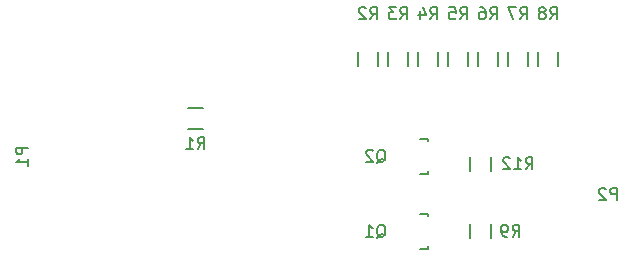
<source format=gbr>
G04 #@! TF.FileFunction,Legend,Bot*
%FSLAX46Y46*%
G04 Gerber Fmt 4.6, Leading zero omitted, Abs format (unit mm)*
G04 Created by KiCad (PCBNEW 4.0.0-rc1-stable) date 20/10/2015 4:38:48 p.m.*
%MOMM*%
G01*
G04 APERTURE LIST*
%ADD10C,0.100000*%
%ADD11C,0.150000*%
G04 APERTURE END LIST*
D10*
D11*
X128870000Y-95645000D02*
X127670000Y-95645000D01*
X127670000Y-97395000D02*
X128870000Y-97395000D01*
X143750000Y-92040000D02*
X143750000Y-90840000D01*
X142000000Y-90840000D02*
X142000000Y-92040000D01*
X146290000Y-92040000D02*
X146290000Y-90840000D01*
X144540000Y-90840000D02*
X144540000Y-92040000D01*
X148830000Y-92040000D02*
X148830000Y-90840000D01*
X147080000Y-90840000D02*
X147080000Y-92040000D01*
X151370000Y-92040000D02*
X151370000Y-90840000D01*
X149620000Y-90840000D02*
X149620000Y-92040000D01*
X153910000Y-92040000D02*
X153910000Y-90840000D01*
X152160000Y-90840000D02*
X152160000Y-92040000D01*
X156450000Y-92040000D02*
X156450000Y-90840000D01*
X154700000Y-90840000D02*
X154700000Y-92040000D01*
X158990000Y-92040000D02*
X158990000Y-90840000D01*
X157240000Y-90840000D02*
X157240000Y-92040000D01*
X153275000Y-106645000D02*
X153275000Y-105445000D01*
X151525000Y-105445000D02*
X151525000Y-106645000D01*
X153275000Y-100930000D02*
X153275000Y-99730000D01*
X151525000Y-99730000D02*
X151525000Y-100930000D01*
X147269200Y-107544820D02*
X147970240Y-107544820D01*
X147970240Y-107544820D02*
X147970240Y-107295900D01*
X147970240Y-104745840D02*
X147970240Y-104545180D01*
X147970240Y-104545180D02*
X147269200Y-104545180D01*
X147269200Y-101194820D02*
X147970240Y-101194820D01*
X147970240Y-101194820D02*
X147970240Y-100945900D01*
X147970240Y-98395840D02*
X147970240Y-98195180D01*
X147970240Y-98195180D02*
X147269200Y-98195180D01*
X128436666Y-99072381D02*
X128770000Y-98596190D01*
X129008095Y-99072381D02*
X129008095Y-98072381D01*
X128627142Y-98072381D01*
X128531904Y-98120000D01*
X128484285Y-98167619D01*
X128436666Y-98262857D01*
X128436666Y-98405714D01*
X128484285Y-98500952D01*
X128531904Y-98548571D01*
X128627142Y-98596190D01*
X129008095Y-98596190D01*
X127484285Y-99072381D02*
X128055714Y-99072381D01*
X127770000Y-99072381D02*
X127770000Y-98072381D01*
X127865238Y-98215238D01*
X127960476Y-98310476D01*
X128055714Y-98358095D01*
X143041666Y-88082381D02*
X143375000Y-87606190D01*
X143613095Y-88082381D02*
X143613095Y-87082381D01*
X143232142Y-87082381D01*
X143136904Y-87130000D01*
X143089285Y-87177619D01*
X143041666Y-87272857D01*
X143041666Y-87415714D01*
X143089285Y-87510952D01*
X143136904Y-87558571D01*
X143232142Y-87606190D01*
X143613095Y-87606190D01*
X142660714Y-87177619D02*
X142613095Y-87130000D01*
X142517857Y-87082381D01*
X142279761Y-87082381D01*
X142184523Y-87130000D01*
X142136904Y-87177619D01*
X142089285Y-87272857D01*
X142089285Y-87368095D01*
X142136904Y-87510952D01*
X142708333Y-88082381D01*
X142089285Y-88082381D01*
X145581666Y-88082381D02*
X145915000Y-87606190D01*
X146153095Y-88082381D02*
X146153095Y-87082381D01*
X145772142Y-87082381D01*
X145676904Y-87130000D01*
X145629285Y-87177619D01*
X145581666Y-87272857D01*
X145581666Y-87415714D01*
X145629285Y-87510952D01*
X145676904Y-87558571D01*
X145772142Y-87606190D01*
X146153095Y-87606190D01*
X145248333Y-87082381D02*
X144629285Y-87082381D01*
X144962619Y-87463333D01*
X144819761Y-87463333D01*
X144724523Y-87510952D01*
X144676904Y-87558571D01*
X144629285Y-87653810D01*
X144629285Y-87891905D01*
X144676904Y-87987143D01*
X144724523Y-88034762D01*
X144819761Y-88082381D01*
X145105476Y-88082381D01*
X145200714Y-88034762D01*
X145248333Y-87987143D01*
X148121666Y-88082381D02*
X148455000Y-87606190D01*
X148693095Y-88082381D02*
X148693095Y-87082381D01*
X148312142Y-87082381D01*
X148216904Y-87130000D01*
X148169285Y-87177619D01*
X148121666Y-87272857D01*
X148121666Y-87415714D01*
X148169285Y-87510952D01*
X148216904Y-87558571D01*
X148312142Y-87606190D01*
X148693095Y-87606190D01*
X147264523Y-87415714D02*
X147264523Y-88082381D01*
X147502619Y-87034762D02*
X147740714Y-87749048D01*
X147121666Y-87749048D01*
X150661666Y-88082381D02*
X150995000Y-87606190D01*
X151233095Y-88082381D02*
X151233095Y-87082381D01*
X150852142Y-87082381D01*
X150756904Y-87130000D01*
X150709285Y-87177619D01*
X150661666Y-87272857D01*
X150661666Y-87415714D01*
X150709285Y-87510952D01*
X150756904Y-87558571D01*
X150852142Y-87606190D01*
X151233095Y-87606190D01*
X149756904Y-87082381D02*
X150233095Y-87082381D01*
X150280714Y-87558571D01*
X150233095Y-87510952D01*
X150137857Y-87463333D01*
X149899761Y-87463333D01*
X149804523Y-87510952D01*
X149756904Y-87558571D01*
X149709285Y-87653810D01*
X149709285Y-87891905D01*
X149756904Y-87987143D01*
X149804523Y-88034762D01*
X149899761Y-88082381D01*
X150137857Y-88082381D01*
X150233095Y-88034762D01*
X150280714Y-87987143D01*
X153201666Y-88082381D02*
X153535000Y-87606190D01*
X153773095Y-88082381D02*
X153773095Y-87082381D01*
X153392142Y-87082381D01*
X153296904Y-87130000D01*
X153249285Y-87177619D01*
X153201666Y-87272857D01*
X153201666Y-87415714D01*
X153249285Y-87510952D01*
X153296904Y-87558571D01*
X153392142Y-87606190D01*
X153773095Y-87606190D01*
X152344523Y-87082381D02*
X152535000Y-87082381D01*
X152630238Y-87130000D01*
X152677857Y-87177619D01*
X152773095Y-87320476D01*
X152820714Y-87510952D01*
X152820714Y-87891905D01*
X152773095Y-87987143D01*
X152725476Y-88034762D01*
X152630238Y-88082381D01*
X152439761Y-88082381D01*
X152344523Y-88034762D01*
X152296904Y-87987143D01*
X152249285Y-87891905D01*
X152249285Y-87653810D01*
X152296904Y-87558571D01*
X152344523Y-87510952D01*
X152439761Y-87463333D01*
X152630238Y-87463333D01*
X152725476Y-87510952D01*
X152773095Y-87558571D01*
X152820714Y-87653810D01*
X155741666Y-88082381D02*
X156075000Y-87606190D01*
X156313095Y-88082381D02*
X156313095Y-87082381D01*
X155932142Y-87082381D01*
X155836904Y-87130000D01*
X155789285Y-87177619D01*
X155741666Y-87272857D01*
X155741666Y-87415714D01*
X155789285Y-87510952D01*
X155836904Y-87558571D01*
X155932142Y-87606190D01*
X156313095Y-87606190D01*
X155408333Y-87082381D02*
X154741666Y-87082381D01*
X155170238Y-88082381D01*
X158281666Y-88082381D02*
X158615000Y-87606190D01*
X158853095Y-88082381D02*
X158853095Y-87082381D01*
X158472142Y-87082381D01*
X158376904Y-87130000D01*
X158329285Y-87177619D01*
X158281666Y-87272857D01*
X158281666Y-87415714D01*
X158329285Y-87510952D01*
X158376904Y-87558571D01*
X158472142Y-87606190D01*
X158853095Y-87606190D01*
X157710238Y-87510952D02*
X157805476Y-87463333D01*
X157853095Y-87415714D01*
X157900714Y-87320476D01*
X157900714Y-87272857D01*
X157853095Y-87177619D01*
X157805476Y-87130000D01*
X157710238Y-87082381D01*
X157519761Y-87082381D01*
X157424523Y-87130000D01*
X157376904Y-87177619D01*
X157329285Y-87272857D01*
X157329285Y-87320476D01*
X157376904Y-87415714D01*
X157424523Y-87463333D01*
X157519761Y-87510952D01*
X157710238Y-87510952D01*
X157805476Y-87558571D01*
X157853095Y-87606190D01*
X157900714Y-87701429D01*
X157900714Y-87891905D01*
X157853095Y-87987143D01*
X157805476Y-88034762D01*
X157710238Y-88082381D01*
X157519761Y-88082381D01*
X157424523Y-88034762D01*
X157376904Y-87987143D01*
X157329285Y-87891905D01*
X157329285Y-87701429D01*
X157376904Y-87606190D01*
X157424523Y-87558571D01*
X157519761Y-87510952D01*
X155106666Y-106497381D02*
X155440000Y-106021190D01*
X155678095Y-106497381D02*
X155678095Y-105497381D01*
X155297142Y-105497381D01*
X155201904Y-105545000D01*
X155154285Y-105592619D01*
X155106666Y-105687857D01*
X155106666Y-105830714D01*
X155154285Y-105925952D01*
X155201904Y-105973571D01*
X155297142Y-106021190D01*
X155678095Y-106021190D01*
X154630476Y-106497381D02*
X154440000Y-106497381D01*
X154344761Y-106449762D01*
X154297142Y-106402143D01*
X154201904Y-106259286D01*
X154154285Y-106068810D01*
X154154285Y-105687857D01*
X154201904Y-105592619D01*
X154249523Y-105545000D01*
X154344761Y-105497381D01*
X154535238Y-105497381D01*
X154630476Y-105545000D01*
X154678095Y-105592619D01*
X154725714Y-105687857D01*
X154725714Y-105925952D01*
X154678095Y-106021190D01*
X154630476Y-106068810D01*
X154535238Y-106116429D01*
X154344761Y-106116429D01*
X154249523Y-106068810D01*
X154201904Y-106021190D01*
X154154285Y-105925952D01*
X156217857Y-100782381D02*
X156551191Y-100306190D01*
X156789286Y-100782381D02*
X156789286Y-99782381D01*
X156408333Y-99782381D01*
X156313095Y-99830000D01*
X156265476Y-99877619D01*
X156217857Y-99972857D01*
X156217857Y-100115714D01*
X156265476Y-100210952D01*
X156313095Y-100258571D01*
X156408333Y-100306190D01*
X156789286Y-100306190D01*
X155265476Y-100782381D02*
X155836905Y-100782381D01*
X155551191Y-100782381D02*
X155551191Y-99782381D01*
X155646429Y-99925238D01*
X155741667Y-100020476D01*
X155836905Y-100068095D01*
X154884524Y-99877619D02*
X154836905Y-99830000D01*
X154741667Y-99782381D01*
X154503571Y-99782381D01*
X154408333Y-99830000D01*
X154360714Y-99877619D01*
X154313095Y-99972857D01*
X154313095Y-100068095D01*
X154360714Y-100210952D01*
X154932143Y-100782381D01*
X154313095Y-100782381D01*
X143605238Y-106592619D02*
X143700476Y-106545000D01*
X143795714Y-106449762D01*
X143938571Y-106306905D01*
X144033810Y-106259286D01*
X144129048Y-106259286D01*
X144081429Y-106497381D02*
X144176667Y-106449762D01*
X144271905Y-106354524D01*
X144319524Y-106164048D01*
X144319524Y-105830714D01*
X144271905Y-105640238D01*
X144176667Y-105545000D01*
X144081429Y-105497381D01*
X143890952Y-105497381D01*
X143795714Y-105545000D01*
X143700476Y-105640238D01*
X143652857Y-105830714D01*
X143652857Y-106164048D01*
X143700476Y-106354524D01*
X143795714Y-106449762D01*
X143890952Y-106497381D01*
X144081429Y-106497381D01*
X142700476Y-106497381D02*
X143271905Y-106497381D01*
X142986191Y-106497381D02*
X142986191Y-105497381D01*
X143081429Y-105640238D01*
X143176667Y-105735476D01*
X143271905Y-105783095D01*
X143605238Y-100242619D02*
X143700476Y-100195000D01*
X143795714Y-100099762D01*
X143938571Y-99956905D01*
X144033810Y-99909286D01*
X144129048Y-99909286D01*
X144081429Y-100147381D02*
X144176667Y-100099762D01*
X144271905Y-100004524D01*
X144319524Y-99814048D01*
X144319524Y-99480714D01*
X144271905Y-99290238D01*
X144176667Y-99195000D01*
X144081429Y-99147381D01*
X143890952Y-99147381D01*
X143795714Y-99195000D01*
X143700476Y-99290238D01*
X143652857Y-99480714D01*
X143652857Y-99814048D01*
X143700476Y-100004524D01*
X143795714Y-100099762D01*
X143890952Y-100147381D01*
X144081429Y-100147381D01*
X143271905Y-99242619D02*
X143224286Y-99195000D01*
X143129048Y-99147381D01*
X142890952Y-99147381D01*
X142795714Y-99195000D01*
X142748095Y-99242619D01*
X142700476Y-99337857D01*
X142700476Y-99433095D01*
X142748095Y-99575952D01*
X143319524Y-100147381D01*
X142700476Y-100147381D01*
X114062381Y-98956905D02*
X113062381Y-98956905D01*
X113062381Y-99337858D01*
X113110000Y-99433096D01*
X113157619Y-99480715D01*
X113252857Y-99528334D01*
X113395714Y-99528334D01*
X113490952Y-99480715D01*
X113538571Y-99433096D01*
X113586190Y-99337858D01*
X113586190Y-98956905D01*
X114062381Y-100480715D02*
X114062381Y-99909286D01*
X114062381Y-100195000D02*
X113062381Y-100195000D01*
X113205238Y-100099762D01*
X113300476Y-100004524D01*
X113348095Y-99909286D01*
X163933095Y-103377381D02*
X163933095Y-102377381D01*
X163552142Y-102377381D01*
X163456904Y-102425000D01*
X163409285Y-102472619D01*
X163361666Y-102567857D01*
X163361666Y-102710714D01*
X163409285Y-102805952D01*
X163456904Y-102853571D01*
X163552142Y-102901190D01*
X163933095Y-102901190D01*
X162980714Y-102472619D02*
X162933095Y-102425000D01*
X162837857Y-102377381D01*
X162599761Y-102377381D01*
X162504523Y-102425000D01*
X162456904Y-102472619D01*
X162409285Y-102567857D01*
X162409285Y-102663095D01*
X162456904Y-102805952D01*
X163028333Y-103377381D01*
X162409285Y-103377381D01*
M02*

</source>
